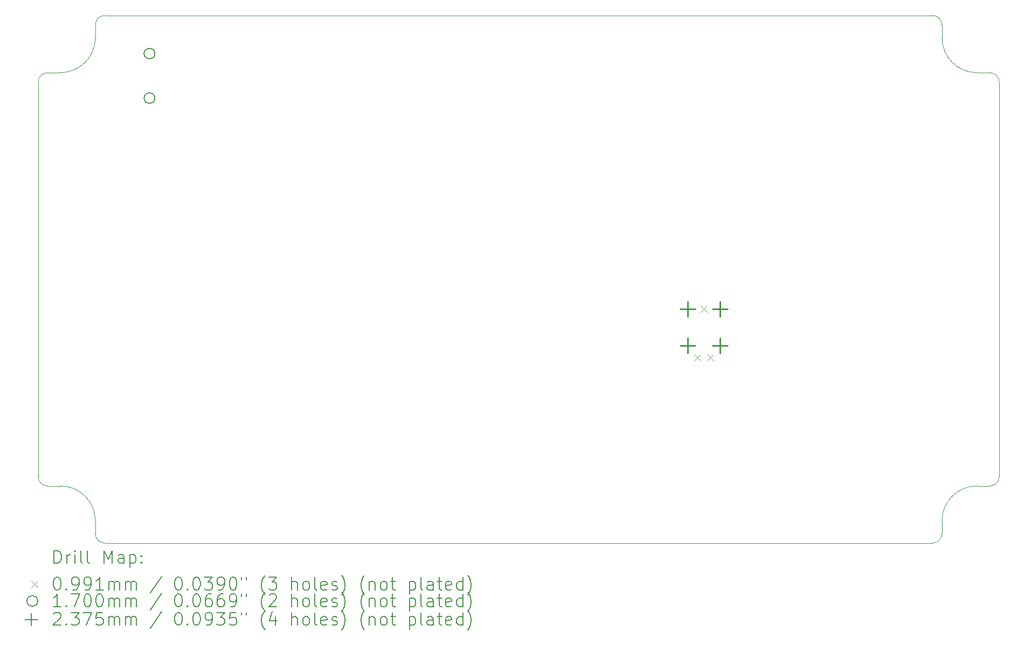
<source format=gbr>
%FSLAX45Y45*%
G04 Gerber Fmt 4.5, Leading zero omitted, Abs format (unit mm)*
G04 Created by KiCad (PCBNEW (6.0.2)) date 2022-08-07 22:18:18*
%MOMM*%
%LPD*%
G01*
G04 APERTURE LIST*
%TA.AperFunction,Profile*%
%ADD10C,0.100000*%
%TD*%
%ADD11C,0.200000*%
%ADD12C,0.099060*%
%ADD13C,0.170000*%
%ADD14C,0.237490*%
G04 APERTURE END LIST*
D10*
X18100000Y-10750000D02*
G75*
G03*
X17550000Y-11300000I0J-550000D01*
G01*
X18450000Y-4400000D02*
G75*
G03*
X18300000Y-4250000I-150000J0D01*
G01*
X3350000Y-10600000D02*
X3350000Y-4400000D01*
X17550000Y-3700000D02*
G75*
G03*
X18100000Y-4250000I550000J0D01*
G01*
X17550000Y-3500000D02*
G75*
G03*
X17400000Y-3350000I-150000J0D01*
G01*
X3500000Y-10750000D02*
X3700000Y-10750000D01*
X3500000Y-4250000D02*
G75*
G03*
X3350000Y-4400000I0J-150000D01*
G01*
X17400000Y-11650000D02*
G75*
G03*
X17550000Y-11500000I0J150000D01*
G01*
X18300000Y-4250000D02*
X18100000Y-4250000D01*
X4250000Y-11500000D02*
X4250000Y-11300000D01*
X4250000Y-11300000D02*
G75*
G03*
X3700000Y-10750000I-550000J0D01*
G01*
X17550000Y-11300000D02*
X17550000Y-11500000D01*
X4400000Y-3350000D02*
G75*
G03*
X4250000Y-3500000I0J-150000D01*
G01*
X17550000Y-3500000D02*
X17550000Y-3700000D01*
X18300000Y-10750000D02*
X18100000Y-10750000D01*
X18450000Y-4400000D02*
X18450000Y-10600000D01*
X18300000Y-10750000D02*
G75*
G03*
X18450000Y-10600000I0J150000D01*
G01*
X4250000Y-11500000D02*
G75*
G03*
X4400000Y-11650000I150000J0D01*
G01*
X4250000Y-3500000D02*
X4250000Y-3700000D01*
X17400000Y-11650000D02*
X4400000Y-11650000D01*
X3500000Y-4250000D02*
X3700000Y-4250000D01*
X4400000Y-3350000D02*
X17400000Y-3350000D01*
X3350000Y-10600000D02*
G75*
G03*
X3500000Y-10750000I150000J0D01*
G01*
X3700000Y-4250000D02*
G75*
G03*
X4250000Y-3700000I0J550000D01*
G01*
D11*
D12*
X13658870Y-8681470D02*
X13757930Y-8780530D01*
X13757930Y-8681470D02*
X13658870Y-8780530D01*
X13760470Y-7919470D02*
X13859530Y-8018530D01*
X13859530Y-7919470D02*
X13760470Y-8018530D01*
X13862070Y-8681470D02*
X13961130Y-8780530D01*
X13961130Y-8681470D02*
X13862070Y-8780530D01*
D13*
X5185000Y-3950000D02*
G75*
G03*
X5185000Y-3950000I-85000J0D01*
G01*
X5185000Y-4650000D02*
G75*
G03*
X5185000Y-4650000I-85000J0D01*
G01*
D14*
X13556000Y-7850255D02*
X13556000Y-8087745D01*
X13437255Y-7969000D02*
X13674745Y-7969000D01*
X13556000Y-8421755D02*
X13556000Y-8659245D01*
X13437255Y-8540500D02*
X13674745Y-8540500D01*
X14064000Y-7850255D02*
X14064000Y-8087745D01*
X13945255Y-7969000D02*
X14182745Y-7969000D01*
X14064000Y-8421755D02*
X14064000Y-8659245D01*
X13945255Y-8540500D02*
X14182745Y-8540500D01*
D11*
X3602619Y-11965476D02*
X3602619Y-11765476D01*
X3650238Y-11765476D01*
X3678809Y-11775000D01*
X3697857Y-11794048D01*
X3707381Y-11813095D01*
X3716905Y-11851190D01*
X3716905Y-11879762D01*
X3707381Y-11917857D01*
X3697857Y-11936905D01*
X3678809Y-11955952D01*
X3650238Y-11965476D01*
X3602619Y-11965476D01*
X3802619Y-11965476D02*
X3802619Y-11832143D01*
X3802619Y-11870238D02*
X3812143Y-11851190D01*
X3821667Y-11841667D01*
X3840714Y-11832143D01*
X3859762Y-11832143D01*
X3926428Y-11965476D02*
X3926428Y-11832143D01*
X3926428Y-11765476D02*
X3916905Y-11775000D01*
X3926428Y-11784524D01*
X3935952Y-11775000D01*
X3926428Y-11765476D01*
X3926428Y-11784524D01*
X4050238Y-11965476D02*
X4031190Y-11955952D01*
X4021667Y-11936905D01*
X4021667Y-11765476D01*
X4155000Y-11965476D02*
X4135952Y-11955952D01*
X4126428Y-11936905D01*
X4126428Y-11765476D01*
X4383571Y-11965476D02*
X4383571Y-11765476D01*
X4450238Y-11908333D01*
X4516905Y-11765476D01*
X4516905Y-11965476D01*
X4697857Y-11965476D02*
X4697857Y-11860714D01*
X4688333Y-11841667D01*
X4669286Y-11832143D01*
X4631190Y-11832143D01*
X4612143Y-11841667D01*
X4697857Y-11955952D02*
X4678810Y-11965476D01*
X4631190Y-11965476D01*
X4612143Y-11955952D01*
X4602619Y-11936905D01*
X4602619Y-11917857D01*
X4612143Y-11898809D01*
X4631190Y-11889286D01*
X4678810Y-11889286D01*
X4697857Y-11879762D01*
X4793095Y-11832143D02*
X4793095Y-12032143D01*
X4793095Y-11841667D02*
X4812143Y-11832143D01*
X4850238Y-11832143D01*
X4869286Y-11841667D01*
X4878810Y-11851190D01*
X4888333Y-11870238D01*
X4888333Y-11927381D01*
X4878810Y-11946428D01*
X4869286Y-11955952D01*
X4850238Y-11965476D01*
X4812143Y-11965476D01*
X4793095Y-11955952D01*
X4974048Y-11946428D02*
X4983571Y-11955952D01*
X4974048Y-11965476D01*
X4964524Y-11955952D01*
X4974048Y-11946428D01*
X4974048Y-11965476D01*
X4974048Y-11841667D02*
X4983571Y-11851190D01*
X4974048Y-11860714D01*
X4964524Y-11851190D01*
X4974048Y-11841667D01*
X4974048Y-11860714D01*
D12*
X3245940Y-12245470D02*
X3345000Y-12344530D01*
X3345000Y-12245470D02*
X3245940Y-12344530D01*
D11*
X3640714Y-12185476D02*
X3659762Y-12185476D01*
X3678809Y-12195000D01*
X3688333Y-12204524D01*
X3697857Y-12223571D01*
X3707381Y-12261667D01*
X3707381Y-12309286D01*
X3697857Y-12347381D01*
X3688333Y-12366428D01*
X3678809Y-12375952D01*
X3659762Y-12385476D01*
X3640714Y-12385476D01*
X3621667Y-12375952D01*
X3612143Y-12366428D01*
X3602619Y-12347381D01*
X3593095Y-12309286D01*
X3593095Y-12261667D01*
X3602619Y-12223571D01*
X3612143Y-12204524D01*
X3621667Y-12195000D01*
X3640714Y-12185476D01*
X3793095Y-12366428D02*
X3802619Y-12375952D01*
X3793095Y-12385476D01*
X3783571Y-12375952D01*
X3793095Y-12366428D01*
X3793095Y-12385476D01*
X3897857Y-12385476D02*
X3935952Y-12385476D01*
X3955000Y-12375952D01*
X3964524Y-12366428D01*
X3983571Y-12337857D01*
X3993095Y-12299762D01*
X3993095Y-12223571D01*
X3983571Y-12204524D01*
X3974048Y-12195000D01*
X3955000Y-12185476D01*
X3916905Y-12185476D01*
X3897857Y-12195000D01*
X3888333Y-12204524D01*
X3878809Y-12223571D01*
X3878809Y-12271190D01*
X3888333Y-12290238D01*
X3897857Y-12299762D01*
X3916905Y-12309286D01*
X3955000Y-12309286D01*
X3974048Y-12299762D01*
X3983571Y-12290238D01*
X3993095Y-12271190D01*
X4088333Y-12385476D02*
X4126428Y-12385476D01*
X4145476Y-12375952D01*
X4155000Y-12366428D01*
X4174048Y-12337857D01*
X4183571Y-12299762D01*
X4183571Y-12223571D01*
X4174048Y-12204524D01*
X4164524Y-12195000D01*
X4145476Y-12185476D01*
X4107381Y-12185476D01*
X4088333Y-12195000D01*
X4078809Y-12204524D01*
X4069286Y-12223571D01*
X4069286Y-12271190D01*
X4078809Y-12290238D01*
X4088333Y-12299762D01*
X4107381Y-12309286D01*
X4145476Y-12309286D01*
X4164524Y-12299762D01*
X4174048Y-12290238D01*
X4183571Y-12271190D01*
X4374048Y-12385476D02*
X4259762Y-12385476D01*
X4316905Y-12385476D02*
X4316905Y-12185476D01*
X4297857Y-12214048D01*
X4278810Y-12233095D01*
X4259762Y-12242619D01*
X4459762Y-12385476D02*
X4459762Y-12252143D01*
X4459762Y-12271190D02*
X4469286Y-12261667D01*
X4488333Y-12252143D01*
X4516905Y-12252143D01*
X4535952Y-12261667D01*
X4545476Y-12280714D01*
X4545476Y-12385476D01*
X4545476Y-12280714D02*
X4555000Y-12261667D01*
X4574048Y-12252143D01*
X4602619Y-12252143D01*
X4621667Y-12261667D01*
X4631190Y-12280714D01*
X4631190Y-12385476D01*
X4726429Y-12385476D02*
X4726429Y-12252143D01*
X4726429Y-12271190D02*
X4735952Y-12261667D01*
X4755000Y-12252143D01*
X4783571Y-12252143D01*
X4802619Y-12261667D01*
X4812143Y-12280714D01*
X4812143Y-12385476D01*
X4812143Y-12280714D02*
X4821667Y-12261667D01*
X4840714Y-12252143D01*
X4869286Y-12252143D01*
X4888333Y-12261667D01*
X4897857Y-12280714D01*
X4897857Y-12385476D01*
X5288333Y-12175952D02*
X5116905Y-12433095D01*
X5545476Y-12185476D02*
X5564524Y-12185476D01*
X5583571Y-12195000D01*
X5593095Y-12204524D01*
X5602619Y-12223571D01*
X5612143Y-12261667D01*
X5612143Y-12309286D01*
X5602619Y-12347381D01*
X5593095Y-12366428D01*
X5583571Y-12375952D01*
X5564524Y-12385476D01*
X5545476Y-12385476D01*
X5526429Y-12375952D01*
X5516905Y-12366428D01*
X5507381Y-12347381D01*
X5497857Y-12309286D01*
X5497857Y-12261667D01*
X5507381Y-12223571D01*
X5516905Y-12204524D01*
X5526429Y-12195000D01*
X5545476Y-12185476D01*
X5697857Y-12366428D02*
X5707381Y-12375952D01*
X5697857Y-12385476D01*
X5688333Y-12375952D01*
X5697857Y-12366428D01*
X5697857Y-12385476D01*
X5831190Y-12185476D02*
X5850238Y-12185476D01*
X5869286Y-12195000D01*
X5878809Y-12204524D01*
X5888333Y-12223571D01*
X5897857Y-12261667D01*
X5897857Y-12309286D01*
X5888333Y-12347381D01*
X5878809Y-12366428D01*
X5869286Y-12375952D01*
X5850238Y-12385476D01*
X5831190Y-12385476D01*
X5812143Y-12375952D01*
X5802619Y-12366428D01*
X5793095Y-12347381D01*
X5783571Y-12309286D01*
X5783571Y-12261667D01*
X5793095Y-12223571D01*
X5802619Y-12204524D01*
X5812143Y-12195000D01*
X5831190Y-12185476D01*
X5964524Y-12185476D02*
X6088333Y-12185476D01*
X6021667Y-12261667D01*
X6050238Y-12261667D01*
X6069286Y-12271190D01*
X6078809Y-12280714D01*
X6088333Y-12299762D01*
X6088333Y-12347381D01*
X6078809Y-12366428D01*
X6069286Y-12375952D01*
X6050238Y-12385476D01*
X5993095Y-12385476D01*
X5974048Y-12375952D01*
X5964524Y-12366428D01*
X6183571Y-12385476D02*
X6221667Y-12385476D01*
X6240714Y-12375952D01*
X6250238Y-12366428D01*
X6269286Y-12337857D01*
X6278809Y-12299762D01*
X6278809Y-12223571D01*
X6269286Y-12204524D01*
X6259762Y-12195000D01*
X6240714Y-12185476D01*
X6202619Y-12185476D01*
X6183571Y-12195000D01*
X6174048Y-12204524D01*
X6164524Y-12223571D01*
X6164524Y-12271190D01*
X6174048Y-12290238D01*
X6183571Y-12299762D01*
X6202619Y-12309286D01*
X6240714Y-12309286D01*
X6259762Y-12299762D01*
X6269286Y-12290238D01*
X6278809Y-12271190D01*
X6402619Y-12185476D02*
X6421667Y-12185476D01*
X6440714Y-12195000D01*
X6450238Y-12204524D01*
X6459762Y-12223571D01*
X6469286Y-12261667D01*
X6469286Y-12309286D01*
X6459762Y-12347381D01*
X6450238Y-12366428D01*
X6440714Y-12375952D01*
X6421667Y-12385476D01*
X6402619Y-12385476D01*
X6383571Y-12375952D01*
X6374048Y-12366428D01*
X6364524Y-12347381D01*
X6355000Y-12309286D01*
X6355000Y-12261667D01*
X6364524Y-12223571D01*
X6374048Y-12204524D01*
X6383571Y-12195000D01*
X6402619Y-12185476D01*
X6545476Y-12185476D02*
X6545476Y-12223571D01*
X6621667Y-12185476D02*
X6621667Y-12223571D01*
X6916905Y-12461667D02*
X6907381Y-12452143D01*
X6888333Y-12423571D01*
X6878809Y-12404524D01*
X6869286Y-12375952D01*
X6859762Y-12328333D01*
X6859762Y-12290238D01*
X6869286Y-12242619D01*
X6878809Y-12214048D01*
X6888333Y-12195000D01*
X6907381Y-12166428D01*
X6916905Y-12156905D01*
X6974048Y-12185476D02*
X7097857Y-12185476D01*
X7031190Y-12261667D01*
X7059762Y-12261667D01*
X7078809Y-12271190D01*
X7088333Y-12280714D01*
X7097857Y-12299762D01*
X7097857Y-12347381D01*
X7088333Y-12366428D01*
X7078809Y-12375952D01*
X7059762Y-12385476D01*
X7002619Y-12385476D01*
X6983571Y-12375952D01*
X6974048Y-12366428D01*
X7335952Y-12385476D02*
X7335952Y-12185476D01*
X7421667Y-12385476D02*
X7421667Y-12280714D01*
X7412143Y-12261667D01*
X7393095Y-12252143D01*
X7364524Y-12252143D01*
X7345476Y-12261667D01*
X7335952Y-12271190D01*
X7545476Y-12385476D02*
X7526428Y-12375952D01*
X7516905Y-12366428D01*
X7507381Y-12347381D01*
X7507381Y-12290238D01*
X7516905Y-12271190D01*
X7526428Y-12261667D01*
X7545476Y-12252143D01*
X7574048Y-12252143D01*
X7593095Y-12261667D01*
X7602619Y-12271190D01*
X7612143Y-12290238D01*
X7612143Y-12347381D01*
X7602619Y-12366428D01*
X7593095Y-12375952D01*
X7574048Y-12385476D01*
X7545476Y-12385476D01*
X7726428Y-12385476D02*
X7707381Y-12375952D01*
X7697857Y-12356905D01*
X7697857Y-12185476D01*
X7878809Y-12375952D02*
X7859762Y-12385476D01*
X7821667Y-12385476D01*
X7802619Y-12375952D01*
X7793095Y-12356905D01*
X7793095Y-12280714D01*
X7802619Y-12261667D01*
X7821667Y-12252143D01*
X7859762Y-12252143D01*
X7878809Y-12261667D01*
X7888333Y-12280714D01*
X7888333Y-12299762D01*
X7793095Y-12318809D01*
X7964524Y-12375952D02*
X7983571Y-12385476D01*
X8021667Y-12385476D01*
X8040714Y-12375952D01*
X8050238Y-12356905D01*
X8050238Y-12347381D01*
X8040714Y-12328333D01*
X8021667Y-12318809D01*
X7993095Y-12318809D01*
X7974048Y-12309286D01*
X7964524Y-12290238D01*
X7964524Y-12280714D01*
X7974048Y-12261667D01*
X7993095Y-12252143D01*
X8021667Y-12252143D01*
X8040714Y-12261667D01*
X8116905Y-12461667D02*
X8126428Y-12452143D01*
X8145476Y-12423571D01*
X8155000Y-12404524D01*
X8164524Y-12375952D01*
X8174048Y-12328333D01*
X8174048Y-12290238D01*
X8164524Y-12242619D01*
X8155000Y-12214048D01*
X8145476Y-12195000D01*
X8126428Y-12166428D01*
X8116905Y-12156905D01*
X8478810Y-12461667D02*
X8469286Y-12452143D01*
X8450238Y-12423571D01*
X8440714Y-12404524D01*
X8431190Y-12375952D01*
X8421667Y-12328333D01*
X8421667Y-12290238D01*
X8431190Y-12242619D01*
X8440714Y-12214048D01*
X8450238Y-12195000D01*
X8469286Y-12166428D01*
X8478810Y-12156905D01*
X8555000Y-12252143D02*
X8555000Y-12385476D01*
X8555000Y-12271190D02*
X8564524Y-12261667D01*
X8583571Y-12252143D01*
X8612143Y-12252143D01*
X8631190Y-12261667D01*
X8640714Y-12280714D01*
X8640714Y-12385476D01*
X8764524Y-12385476D02*
X8745476Y-12375952D01*
X8735952Y-12366428D01*
X8726429Y-12347381D01*
X8726429Y-12290238D01*
X8735952Y-12271190D01*
X8745476Y-12261667D01*
X8764524Y-12252143D01*
X8793095Y-12252143D01*
X8812143Y-12261667D01*
X8821667Y-12271190D01*
X8831190Y-12290238D01*
X8831190Y-12347381D01*
X8821667Y-12366428D01*
X8812143Y-12375952D01*
X8793095Y-12385476D01*
X8764524Y-12385476D01*
X8888333Y-12252143D02*
X8964524Y-12252143D01*
X8916905Y-12185476D02*
X8916905Y-12356905D01*
X8926429Y-12375952D01*
X8945476Y-12385476D01*
X8964524Y-12385476D01*
X9183571Y-12252143D02*
X9183571Y-12452143D01*
X9183571Y-12261667D02*
X9202619Y-12252143D01*
X9240714Y-12252143D01*
X9259762Y-12261667D01*
X9269286Y-12271190D01*
X9278810Y-12290238D01*
X9278810Y-12347381D01*
X9269286Y-12366428D01*
X9259762Y-12375952D01*
X9240714Y-12385476D01*
X9202619Y-12385476D01*
X9183571Y-12375952D01*
X9393095Y-12385476D02*
X9374048Y-12375952D01*
X9364524Y-12356905D01*
X9364524Y-12185476D01*
X9555000Y-12385476D02*
X9555000Y-12280714D01*
X9545476Y-12261667D01*
X9526429Y-12252143D01*
X9488333Y-12252143D01*
X9469286Y-12261667D01*
X9555000Y-12375952D02*
X9535952Y-12385476D01*
X9488333Y-12385476D01*
X9469286Y-12375952D01*
X9459762Y-12356905D01*
X9459762Y-12337857D01*
X9469286Y-12318809D01*
X9488333Y-12309286D01*
X9535952Y-12309286D01*
X9555000Y-12299762D01*
X9621667Y-12252143D02*
X9697857Y-12252143D01*
X9650238Y-12185476D02*
X9650238Y-12356905D01*
X9659762Y-12375952D01*
X9678810Y-12385476D01*
X9697857Y-12385476D01*
X9840714Y-12375952D02*
X9821667Y-12385476D01*
X9783571Y-12385476D01*
X9764524Y-12375952D01*
X9755000Y-12356905D01*
X9755000Y-12280714D01*
X9764524Y-12261667D01*
X9783571Y-12252143D01*
X9821667Y-12252143D01*
X9840714Y-12261667D01*
X9850238Y-12280714D01*
X9850238Y-12299762D01*
X9755000Y-12318809D01*
X10021667Y-12385476D02*
X10021667Y-12185476D01*
X10021667Y-12375952D02*
X10002619Y-12385476D01*
X9964524Y-12385476D01*
X9945476Y-12375952D01*
X9935952Y-12366428D01*
X9926429Y-12347381D01*
X9926429Y-12290238D01*
X9935952Y-12271190D01*
X9945476Y-12261667D01*
X9964524Y-12252143D01*
X10002619Y-12252143D01*
X10021667Y-12261667D01*
X10097857Y-12461667D02*
X10107381Y-12452143D01*
X10126429Y-12423571D01*
X10135952Y-12404524D01*
X10145476Y-12375952D01*
X10155000Y-12328333D01*
X10155000Y-12290238D01*
X10145476Y-12242619D01*
X10135952Y-12214048D01*
X10126429Y-12195000D01*
X10107381Y-12166428D01*
X10097857Y-12156905D01*
D13*
X3345000Y-12559000D02*
G75*
G03*
X3345000Y-12559000I-85000J0D01*
G01*
D11*
X3707381Y-12649476D02*
X3593095Y-12649476D01*
X3650238Y-12649476D02*
X3650238Y-12449476D01*
X3631190Y-12478048D01*
X3612143Y-12497095D01*
X3593095Y-12506619D01*
X3793095Y-12630428D02*
X3802619Y-12639952D01*
X3793095Y-12649476D01*
X3783571Y-12639952D01*
X3793095Y-12630428D01*
X3793095Y-12649476D01*
X3869286Y-12449476D02*
X4002619Y-12449476D01*
X3916905Y-12649476D01*
X4116905Y-12449476D02*
X4135952Y-12449476D01*
X4155000Y-12459000D01*
X4164524Y-12468524D01*
X4174048Y-12487571D01*
X4183571Y-12525667D01*
X4183571Y-12573286D01*
X4174048Y-12611381D01*
X4164524Y-12630428D01*
X4155000Y-12639952D01*
X4135952Y-12649476D01*
X4116905Y-12649476D01*
X4097857Y-12639952D01*
X4088333Y-12630428D01*
X4078809Y-12611381D01*
X4069286Y-12573286D01*
X4069286Y-12525667D01*
X4078809Y-12487571D01*
X4088333Y-12468524D01*
X4097857Y-12459000D01*
X4116905Y-12449476D01*
X4307381Y-12449476D02*
X4326429Y-12449476D01*
X4345476Y-12459000D01*
X4355000Y-12468524D01*
X4364524Y-12487571D01*
X4374048Y-12525667D01*
X4374048Y-12573286D01*
X4364524Y-12611381D01*
X4355000Y-12630428D01*
X4345476Y-12639952D01*
X4326429Y-12649476D01*
X4307381Y-12649476D01*
X4288333Y-12639952D01*
X4278810Y-12630428D01*
X4269286Y-12611381D01*
X4259762Y-12573286D01*
X4259762Y-12525667D01*
X4269286Y-12487571D01*
X4278810Y-12468524D01*
X4288333Y-12459000D01*
X4307381Y-12449476D01*
X4459762Y-12649476D02*
X4459762Y-12516143D01*
X4459762Y-12535190D02*
X4469286Y-12525667D01*
X4488333Y-12516143D01*
X4516905Y-12516143D01*
X4535952Y-12525667D01*
X4545476Y-12544714D01*
X4545476Y-12649476D01*
X4545476Y-12544714D02*
X4555000Y-12525667D01*
X4574048Y-12516143D01*
X4602619Y-12516143D01*
X4621667Y-12525667D01*
X4631190Y-12544714D01*
X4631190Y-12649476D01*
X4726429Y-12649476D02*
X4726429Y-12516143D01*
X4726429Y-12535190D02*
X4735952Y-12525667D01*
X4755000Y-12516143D01*
X4783571Y-12516143D01*
X4802619Y-12525667D01*
X4812143Y-12544714D01*
X4812143Y-12649476D01*
X4812143Y-12544714D02*
X4821667Y-12525667D01*
X4840714Y-12516143D01*
X4869286Y-12516143D01*
X4888333Y-12525667D01*
X4897857Y-12544714D01*
X4897857Y-12649476D01*
X5288333Y-12439952D02*
X5116905Y-12697095D01*
X5545476Y-12449476D02*
X5564524Y-12449476D01*
X5583571Y-12459000D01*
X5593095Y-12468524D01*
X5602619Y-12487571D01*
X5612143Y-12525667D01*
X5612143Y-12573286D01*
X5602619Y-12611381D01*
X5593095Y-12630428D01*
X5583571Y-12639952D01*
X5564524Y-12649476D01*
X5545476Y-12649476D01*
X5526429Y-12639952D01*
X5516905Y-12630428D01*
X5507381Y-12611381D01*
X5497857Y-12573286D01*
X5497857Y-12525667D01*
X5507381Y-12487571D01*
X5516905Y-12468524D01*
X5526429Y-12459000D01*
X5545476Y-12449476D01*
X5697857Y-12630428D02*
X5707381Y-12639952D01*
X5697857Y-12649476D01*
X5688333Y-12639952D01*
X5697857Y-12630428D01*
X5697857Y-12649476D01*
X5831190Y-12449476D02*
X5850238Y-12449476D01*
X5869286Y-12459000D01*
X5878809Y-12468524D01*
X5888333Y-12487571D01*
X5897857Y-12525667D01*
X5897857Y-12573286D01*
X5888333Y-12611381D01*
X5878809Y-12630428D01*
X5869286Y-12639952D01*
X5850238Y-12649476D01*
X5831190Y-12649476D01*
X5812143Y-12639952D01*
X5802619Y-12630428D01*
X5793095Y-12611381D01*
X5783571Y-12573286D01*
X5783571Y-12525667D01*
X5793095Y-12487571D01*
X5802619Y-12468524D01*
X5812143Y-12459000D01*
X5831190Y-12449476D01*
X6069286Y-12449476D02*
X6031190Y-12449476D01*
X6012143Y-12459000D01*
X6002619Y-12468524D01*
X5983571Y-12497095D01*
X5974048Y-12535190D01*
X5974048Y-12611381D01*
X5983571Y-12630428D01*
X5993095Y-12639952D01*
X6012143Y-12649476D01*
X6050238Y-12649476D01*
X6069286Y-12639952D01*
X6078809Y-12630428D01*
X6088333Y-12611381D01*
X6088333Y-12563762D01*
X6078809Y-12544714D01*
X6069286Y-12535190D01*
X6050238Y-12525667D01*
X6012143Y-12525667D01*
X5993095Y-12535190D01*
X5983571Y-12544714D01*
X5974048Y-12563762D01*
X6259762Y-12449476D02*
X6221667Y-12449476D01*
X6202619Y-12459000D01*
X6193095Y-12468524D01*
X6174048Y-12497095D01*
X6164524Y-12535190D01*
X6164524Y-12611381D01*
X6174048Y-12630428D01*
X6183571Y-12639952D01*
X6202619Y-12649476D01*
X6240714Y-12649476D01*
X6259762Y-12639952D01*
X6269286Y-12630428D01*
X6278809Y-12611381D01*
X6278809Y-12563762D01*
X6269286Y-12544714D01*
X6259762Y-12535190D01*
X6240714Y-12525667D01*
X6202619Y-12525667D01*
X6183571Y-12535190D01*
X6174048Y-12544714D01*
X6164524Y-12563762D01*
X6374048Y-12649476D02*
X6412143Y-12649476D01*
X6431190Y-12639952D01*
X6440714Y-12630428D01*
X6459762Y-12601857D01*
X6469286Y-12563762D01*
X6469286Y-12487571D01*
X6459762Y-12468524D01*
X6450238Y-12459000D01*
X6431190Y-12449476D01*
X6393095Y-12449476D01*
X6374048Y-12459000D01*
X6364524Y-12468524D01*
X6355000Y-12487571D01*
X6355000Y-12535190D01*
X6364524Y-12554238D01*
X6374048Y-12563762D01*
X6393095Y-12573286D01*
X6431190Y-12573286D01*
X6450238Y-12563762D01*
X6459762Y-12554238D01*
X6469286Y-12535190D01*
X6545476Y-12449476D02*
X6545476Y-12487571D01*
X6621667Y-12449476D02*
X6621667Y-12487571D01*
X6916905Y-12725667D02*
X6907381Y-12716143D01*
X6888333Y-12687571D01*
X6878809Y-12668524D01*
X6869286Y-12639952D01*
X6859762Y-12592333D01*
X6859762Y-12554238D01*
X6869286Y-12506619D01*
X6878809Y-12478048D01*
X6888333Y-12459000D01*
X6907381Y-12430428D01*
X6916905Y-12420905D01*
X6983571Y-12468524D02*
X6993095Y-12459000D01*
X7012143Y-12449476D01*
X7059762Y-12449476D01*
X7078809Y-12459000D01*
X7088333Y-12468524D01*
X7097857Y-12487571D01*
X7097857Y-12506619D01*
X7088333Y-12535190D01*
X6974048Y-12649476D01*
X7097857Y-12649476D01*
X7335952Y-12649476D02*
X7335952Y-12449476D01*
X7421667Y-12649476D02*
X7421667Y-12544714D01*
X7412143Y-12525667D01*
X7393095Y-12516143D01*
X7364524Y-12516143D01*
X7345476Y-12525667D01*
X7335952Y-12535190D01*
X7545476Y-12649476D02*
X7526428Y-12639952D01*
X7516905Y-12630428D01*
X7507381Y-12611381D01*
X7507381Y-12554238D01*
X7516905Y-12535190D01*
X7526428Y-12525667D01*
X7545476Y-12516143D01*
X7574048Y-12516143D01*
X7593095Y-12525667D01*
X7602619Y-12535190D01*
X7612143Y-12554238D01*
X7612143Y-12611381D01*
X7602619Y-12630428D01*
X7593095Y-12639952D01*
X7574048Y-12649476D01*
X7545476Y-12649476D01*
X7726428Y-12649476D02*
X7707381Y-12639952D01*
X7697857Y-12620905D01*
X7697857Y-12449476D01*
X7878809Y-12639952D02*
X7859762Y-12649476D01*
X7821667Y-12649476D01*
X7802619Y-12639952D01*
X7793095Y-12620905D01*
X7793095Y-12544714D01*
X7802619Y-12525667D01*
X7821667Y-12516143D01*
X7859762Y-12516143D01*
X7878809Y-12525667D01*
X7888333Y-12544714D01*
X7888333Y-12563762D01*
X7793095Y-12582809D01*
X7964524Y-12639952D02*
X7983571Y-12649476D01*
X8021667Y-12649476D01*
X8040714Y-12639952D01*
X8050238Y-12620905D01*
X8050238Y-12611381D01*
X8040714Y-12592333D01*
X8021667Y-12582809D01*
X7993095Y-12582809D01*
X7974048Y-12573286D01*
X7964524Y-12554238D01*
X7964524Y-12544714D01*
X7974048Y-12525667D01*
X7993095Y-12516143D01*
X8021667Y-12516143D01*
X8040714Y-12525667D01*
X8116905Y-12725667D02*
X8126428Y-12716143D01*
X8145476Y-12687571D01*
X8155000Y-12668524D01*
X8164524Y-12639952D01*
X8174048Y-12592333D01*
X8174048Y-12554238D01*
X8164524Y-12506619D01*
X8155000Y-12478048D01*
X8145476Y-12459000D01*
X8126428Y-12430428D01*
X8116905Y-12420905D01*
X8478810Y-12725667D02*
X8469286Y-12716143D01*
X8450238Y-12687571D01*
X8440714Y-12668524D01*
X8431190Y-12639952D01*
X8421667Y-12592333D01*
X8421667Y-12554238D01*
X8431190Y-12506619D01*
X8440714Y-12478048D01*
X8450238Y-12459000D01*
X8469286Y-12430428D01*
X8478810Y-12420905D01*
X8555000Y-12516143D02*
X8555000Y-12649476D01*
X8555000Y-12535190D02*
X8564524Y-12525667D01*
X8583571Y-12516143D01*
X8612143Y-12516143D01*
X8631190Y-12525667D01*
X8640714Y-12544714D01*
X8640714Y-12649476D01*
X8764524Y-12649476D02*
X8745476Y-12639952D01*
X8735952Y-12630428D01*
X8726429Y-12611381D01*
X8726429Y-12554238D01*
X8735952Y-12535190D01*
X8745476Y-12525667D01*
X8764524Y-12516143D01*
X8793095Y-12516143D01*
X8812143Y-12525667D01*
X8821667Y-12535190D01*
X8831190Y-12554238D01*
X8831190Y-12611381D01*
X8821667Y-12630428D01*
X8812143Y-12639952D01*
X8793095Y-12649476D01*
X8764524Y-12649476D01*
X8888333Y-12516143D02*
X8964524Y-12516143D01*
X8916905Y-12449476D02*
X8916905Y-12620905D01*
X8926429Y-12639952D01*
X8945476Y-12649476D01*
X8964524Y-12649476D01*
X9183571Y-12516143D02*
X9183571Y-12716143D01*
X9183571Y-12525667D02*
X9202619Y-12516143D01*
X9240714Y-12516143D01*
X9259762Y-12525667D01*
X9269286Y-12535190D01*
X9278810Y-12554238D01*
X9278810Y-12611381D01*
X9269286Y-12630428D01*
X9259762Y-12639952D01*
X9240714Y-12649476D01*
X9202619Y-12649476D01*
X9183571Y-12639952D01*
X9393095Y-12649476D02*
X9374048Y-12639952D01*
X9364524Y-12620905D01*
X9364524Y-12449476D01*
X9555000Y-12649476D02*
X9555000Y-12544714D01*
X9545476Y-12525667D01*
X9526429Y-12516143D01*
X9488333Y-12516143D01*
X9469286Y-12525667D01*
X9555000Y-12639952D02*
X9535952Y-12649476D01*
X9488333Y-12649476D01*
X9469286Y-12639952D01*
X9459762Y-12620905D01*
X9459762Y-12601857D01*
X9469286Y-12582809D01*
X9488333Y-12573286D01*
X9535952Y-12573286D01*
X9555000Y-12563762D01*
X9621667Y-12516143D02*
X9697857Y-12516143D01*
X9650238Y-12449476D02*
X9650238Y-12620905D01*
X9659762Y-12639952D01*
X9678810Y-12649476D01*
X9697857Y-12649476D01*
X9840714Y-12639952D02*
X9821667Y-12649476D01*
X9783571Y-12649476D01*
X9764524Y-12639952D01*
X9755000Y-12620905D01*
X9755000Y-12544714D01*
X9764524Y-12525667D01*
X9783571Y-12516143D01*
X9821667Y-12516143D01*
X9840714Y-12525667D01*
X9850238Y-12544714D01*
X9850238Y-12563762D01*
X9755000Y-12582809D01*
X10021667Y-12649476D02*
X10021667Y-12449476D01*
X10021667Y-12639952D02*
X10002619Y-12649476D01*
X9964524Y-12649476D01*
X9945476Y-12639952D01*
X9935952Y-12630428D01*
X9926429Y-12611381D01*
X9926429Y-12554238D01*
X9935952Y-12535190D01*
X9945476Y-12525667D01*
X9964524Y-12516143D01*
X10002619Y-12516143D01*
X10021667Y-12525667D01*
X10097857Y-12725667D02*
X10107381Y-12716143D01*
X10126429Y-12687571D01*
X10135952Y-12668524D01*
X10145476Y-12639952D01*
X10155000Y-12592333D01*
X10155000Y-12554238D01*
X10145476Y-12506619D01*
X10135952Y-12478048D01*
X10126429Y-12459000D01*
X10107381Y-12430428D01*
X10097857Y-12420905D01*
X3245000Y-12749000D02*
X3245000Y-12949000D01*
X3145000Y-12849000D02*
X3345000Y-12849000D01*
X3593095Y-12758524D02*
X3602619Y-12749000D01*
X3621667Y-12739476D01*
X3669286Y-12739476D01*
X3688333Y-12749000D01*
X3697857Y-12758524D01*
X3707381Y-12777571D01*
X3707381Y-12796619D01*
X3697857Y-12825190D01*
X3583571Y-12939476D01*
X3707381Y-12939476D01*
X3793095Y-12920428D02*
X3802619Y-12929952D01*
X3793095Y-12939476D01*
X3783571Y-12929952D01*
X3793095Y-12920428D01*
X3793095Y-12939476D01*
X3869286Y-12739476D02*
X3993095Y-12739476D01*
X3926428Y-12815667D01*
X3955000Y-12815667D01*
X3974048Y-12825190D01*
X3983571Y-12834714D01*
X3993095Y-12853762D01*
X3993095Y-12901381D01*
X3983571Y-12920428D01*
X3974048Y-12929952D01*
X3955000Y-12939476D01*
X3897857Y-12939476D01*
X3878809Y-12929952D01*
X3869286Y-12920428D01*
X4059762Y-12739476D02*
X4193095Y-12739476D01*
X4107381Y-12939476D01*
X4364524Y-12739476D02*
X4269286Y-12739476D01*
X4259762Y-12834714D01*
X4269286Y-12825190D01*
X4288333Y-12815667D01*
X4335952Y-12815667D01*
X4355000Y-12825190D01*
X4364524Y-12834714D01*
X4374048Y-12853762D01*
X4374048Y-12901381D01*
X4364524Y-12920428D01*
X4355000Y-12929952D01*
X4335952Y-12939476D01*
X4288333Y-12939476D01*
X4269286Y-12929952D01*
X4259762Y-12920428D01*
X4459762Y-12939476D02*
X4459762Y-12806143D01*
X4459762Y-12825190D02*
X4469286Y-12815667D01*
X4488333Y-12806143D01*
X4516905Y-12806143D01*
X4535952Y-12815667D01*
X4545476Y-12834714D01*
X4545476Y-12939476D01*
X4545476Y-12834714D02*
X4555000Y-12815667D01*
X4574048Y-12806143D01*
X4602619Y-12806143D01*
X4621667Y-12815667D01*
X4631190Y-12834714D01*
X4631190Y-12939476D01*
X4726429Y-12939476D02*
X4726429Y-12806143D01*
X4726429Y-12825190D02*
X4735952Y-12815667D01*
X4755000Y-12806143D01*
X4783571Y-12806143D01*
X4802619Y-12815667D01*
X4812143Y-12834714D01*
X4812143Y-12939476D01*
X4812143Y-12834714D02*
X4821667Y-12815667D01*
X4840714Y-12806143D01*
X4869286Y-12806143D01*
X4888333Y-12815667D01*
X4897857Y-12834714D01*
X4897857Y-12939476D01*
X5288333Y-12729952D02*
X5116905Y-12987095D01*
X5545476Y-12739476D02*
X5564524Y-12739476D01*
X5583571Y-12749000D01*
X5593095Y-12758524D01*
X5602619Y-12777571D01*
X5612143Y-12815667D01*
X5612143Y-12863286D01*
X5602619Y-12901381D01*
X5593095Y-12920428D01*
X5583571Y-12929952D01*
X5564524Y-12939476D01*
X5545476Y-12939476D01*
X5526429Y-12929952D01*
X5516905Y-12920428D01*
X5507381Y-12901381D01*
X5497857Y-12863286D01*
X5497857Y-12815667D01*
X5507381Y-12777571D01*
X5516905Y-12758524D01*
X5526429Y-12749000D01*
X5545476Y-12739476D01*
X5697857Y-12920428D02*
X5707381Y-12929952D01*
X5697857Y-12939476D01*
X5688333Y-12929952D01*
X5697857Y-12920428D01*
X5697857Y-12939476D01*
X5831190Y-12739476D02*
X5850238Y-12739476D01*
X5869286Y-12749000D01*
X5878809Y-12758524D01*
X5888333Y-12777571D01*
X5897857Y-12815667D01*
X5897857Y-12863286D01*
X5888333Y-12901381D01*
X5878809Y-12920428D01*
X5869286Y-12929952D01*
X5850238Y-12939476D01*
X5831190Y-12939476D01*
X5812143Y-12929952D01*
X5802619Y-12920428D01*
X5793095Y-12901381D01*
X5783571Y-12863286D01*
X5783571Y-12815667D01*
X5793095Y-12777571D01*
X5802619Y-12758524D01*
X5812143Y-12749000D01*
X5831190Y-12739476D01*
X5993095Y-12939476D02*
X6031190Y-12939476D01*
X6050238Y-12929952D01*
X6059762Y-12920428D01*
X6078809Y-12891857D01*
X6088333Y-12853762D01*
X6088333Y-12777571D01*
X6078809Y-12758524D01*
X6069286Y-12749000D01*
X6050238Y-12739476D01*
X6012143Y-12739476D01*
X5993095Y-12749000D01*
X5983571Y-12758524D01*
X5974048Y-12777571D01*
X5974048Y-12825190D01*
X5983571Y-12844238D01*
X5993095Y-12853762D01*
X6012143Y-12863286D01*
X6050238Y-12863286D01*
X6069286Y-12853762D01*
X6078809Y-12844238D01*
X6088333Y-12825190D01*
X6155000Y-12739476D02*
X6278809Y-12739476D01*
X6212143Y-12815667D01*
X6240714Y-12815667D01*
X6259762Y-12825190D01*
X6269286Y-12834714D01*
X6278809Y-12853762D01*
X6278809Y-12901381D01*
X6269286Y-12920428D01*
X6259762Y-12929952D01*
X6240714Y-12939476D01*
X6183571Y-12939476D01*
X6164524Y-12929952D01*
X6155000Y-12920428D01*
X6459762Y-12739476D02*
X6364524Y-12739476D01*
X6355000Y-12834714D01*
X6364524Y-12825190D01*
X6383571Y-12815667D01*
X6431190Y-12815667D01*
X6450238Y-12825190D01*
X6459762Y-12834714D01*
X6469286Y-12853762D01*
X6469286Y-12901381D01*
X6459762Y-12920428D01*
X6450238Y-12929952D01*
X6431190Y-12939476D01*
X6383571Y-12939476D01*
X6364524Y-12929952D01*
X6355000Y-12920428D01*
X6545476Y-12739476D02*
X6545476Y-12777571D01*
X6621667Y-12739476D02*
X6621667Y-12777571D01*
X6916905Y-13015667D02*
X6907381Y-13006143D01*
X6888333Y-12977571D01*
X6878809Y-12958524D01*
X6869286Y-12929952D01*
X6859762Y-12882333D01*
X6859762Y-12844238D01*
X6869286Y-12796619D01*
X6878809Y-12768048D01*
X6888333Y-12749000D01*
X6907381Y-12720428D01*
X6916905Y-12710905D01*
X7078809Y-12806143D02*
X7078809Y-12939476D01*
X7031190Y-12729952D02*
X6983571Y-12872809D01*
X7107381Y-12872809D01*
X7335952Y-12939476D02*
X7335952Y-12739476D01*
X7421667Y-12939476D02*
X7421667Y-12834714D01*
X7412143Y-12815667D01*
X7393095Y-12806143D01*
X7364524Y-12806143D01*
X7345476Y-12815667D01*
X7335952Y-12825190D01*
X7545476Y-12939476D02*
X7526428Y-12929952D01*
X7516905Y-12920428D01*
X7507381Y-12901381D01*
X7507381Y-12844238D01*
X7516905Y-12825190D01*
X7526428Y-12815667D01*
X7545476Y-12806143D01*
X7574048Y-12806143D01*
X7593095Y-12815667D01*
X7602619Y-12825190D01*
X7612143Y-12844238D01*
X7612143Y-12901381D01*
X7602619Y-12920428D01*
X7593095Y-12929952D01*
X7574048Y-12939476D01*
X7545476Y-12939476D01*
X7726428Y-12939476D02*
X7707381Y-12929952D01*
X7697857Y-12910905D01*
X7697857Y-12739476D01*
X7878809Y-12929952D02*
X7859762Y-12939476D01*
X7821667Y-12939476D01*
X7802619Y-12929952D01*
X7793095Y-12910905D01*
X7793095Y-12834714D01*
X7802619Y-12815667D01*
X7821667Y-12806143D01*
X7859762Y-12806143D01*
X7878809Y-12815667D01*
X7888333Y-12834714D01*
X7888333Y-12853762D01*
X7793095Y-12872809D01*
X7964524Y-12929952D02*
X7983571Y-12939476D01*
X8021667Y-12939476D01*
X8040714Y-12929952D01*
X8050238Y-12910905D01*
X8050238Y-12901381D01*
X8040714Y-12882333D01*
X8021667Y-12872809D01*
X7993095Y-12872809D01*
X7974048Y-12863286D01*
X7964524Y-12844238D01*
X7964524Y-12834714D01*
X7974048Y-12815667D01*
X7993095Y-12806143D01*
X8021667Y-12806143D01*
X8040714Y-12815667D01*
X8116905Y-13015667D02*
X8126428Y-13006143D01*
X8145476Y-12977571D01*
X8155000Y-12958524D01*
X8164524Y-12929952D01*
X8174048Y-12882333D01*
X8174048Y-12844238D01*
X8164524Y-12796619D01*
X8155000Y-12768048D01*
X8145476Y-12749000D01*
X8126428Y-12720428D01*
X8116905Y-12710905D01*
X8478810Y-13015667D02*
X8469286Y-13006143D01*
X8450238Y-12977571D01*
X8440714Y-12958524D01*
X8431190Y-12929952D01*
X8421667Y-12882333D01*
X8421667Y-12844238D01*
X8431190Y-12796619D01*
X8440714Y-12768048D01*
X8450238Y-12749000D01*
X8469286Y-12720428D01*
X8478810Y-12710905D01*
X8555000Y-12806143D02*
X8555000Y-12939476D01*
X8555000Y-12825190D02*
X8564524Y-12815667D01*
X8583571Y-12806143D01*
X8612143Y-12806143D01*
X8631190Y-12815667D01*
X8640714Y-12834714D01*
X8640714Y-12939476D01*
X8764524Y-12939476D02*
X8745476Y-12929952D01*
X8735952Y-12920428D01*
X8726429Y-12901381D01*
X8726429Y-12844238D01*
X8735952Y-12825190D01*
X8745476Y-12815667D01*
X8764524Y-12806143D01*
X8793095Y-12806143D01*
X8812143Y-12815667D01*
X8821667Y-12825190D01*
X8831190Y-12844238D01*
X8831190Y-12901381D01*
X8821667Y-12920428D01*
X8812143Y-12929952D01*
X8793095Y-12939476D01*
X8764524Y-12939476D01*
X8888333Y-12806143D02*
X8964524Y-12806143D01*
X8916905Y-12739476D02*
X8916905Y-12910905D01*
X8926429Y-12929952D01*
X8945476Y-12939476D01*
X8964524Y-12939476D01*
X9183571Y-12806143D02*
X9183571Y-13006143D01*
X9183571Y-12815667D02*
X9202619Y-12806143D01*
X9240714Y-12806143D01*
X9259762Y-12815667D01*
X9269286Y-12825190D01*
X9278810Y-12844238D01*
X9278810Y-12901381D01*
X9269286Y-12920428D01*
X9259762Y-12929952D01*
X9240714Y-12939476D01*
X9202619Y-12939476D01*
X9183571Y-12929952D01*
X9393095Y-12939476D02*
X9374048Y-12929952D01*
X9364524Y-12910905D01*
X9364524Y-12739476D01*
X9555000Y-12939476D02*
X9555000Y-12834714D01*
X9545476Y-12815667D01*
X9526429Y-12806143D01*
X9488333Y-12806143D01*
X9469286Y-12815667D01*
X9555000Y-12929952D02*
X9535952Y-12939476D01*
X9488333Y-12939476D01*
X9469286Y-12929952D01*
X9459762Y-12910905D01*
X9459762Y-12891857D01*
X9469286Y-12872809D01*
X9488333Y-12863286D01*
X9535952Y-12863286D01*
X9555000Y-12853762D01*
X9621667Y-12806143D02*
X9697857Y-12806143D01*
X9650238Y-12739476D02*
X9650238Y-12910905D01*
X9659762Y-12929952D01*
X9678810Y-12939476D01*
X9697857Y-12939476D01*
X9840714Y-12929952D02*
X9821667Y-12939476D01*
X9783571Y-12939476D01*
X9764524Y-12929952D01*
X9755000Y-12910905D01*
X9755000Y-12834714D01*
X9764524Y-12815667D01*
X9783571Y-12806143D01*
X9821667Y-12806143D01*
X9840714Y-12815667D01*
X9850238Y-12834714D01*
X9850238Y-12853762D01*
X9755000Y-12872809D01*
X10021667Y-12939476D02*
X10021667Y-12739476D01*
X10021667Y-12929952D02*
X10002619Y-12939476D01*
X9964524Y-12939476D01*
X9945476Y-12929952D01*
X9935952Y-12920428D01*
X9926429Y-12901381D01*
X9926429Y-12844238D01*
X9935952Y-12825190D01*
X9945476Y-12815667D01*
X9964524Y-12806143D01*
X10002619Y-12806143D01*
X10021667Y-12815667D01*
X10097857Y-13015667D02*
X10107381Y-13006143D01*
X10126429Y-12977571D01*
X10135952Y-12958524D01*
X10145476Y-12929952D01*
X10155000Y-12882333D01*
X10155000Y-12844238D01*
X10145476Y-12796619D01*
X10135952Y-12768048D01*
X10126429Y-12749000D01*
X10107381Y-12720428D01*
X10097857Y-12710905D01*
M02*

</source>
